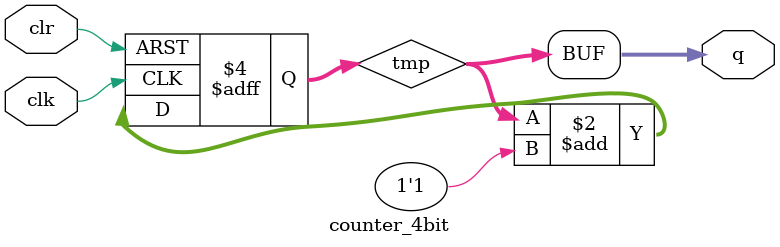
<source format=v>
module counter_4bit #(parameter n = 6) (clk,clr,q) ;
// su dung tham so de co the mo rong mot cach linh hoat 
input clk,clr ; 
output [n-1:0] q ; 
reg [n-1:0] tmp = {n{1'b0}}; // khoi tao gtri bdau without tmp = xxxx => simutation 

always @ (posedge clk or posedge clr)
    begin 
        if (clr) 
            tmp <= {n{1'b0}} ; 
        else 
            tmp <= tmp +1'b1 ; 
    end 
    assign q = tmp ; 
endmodule 

</source>
